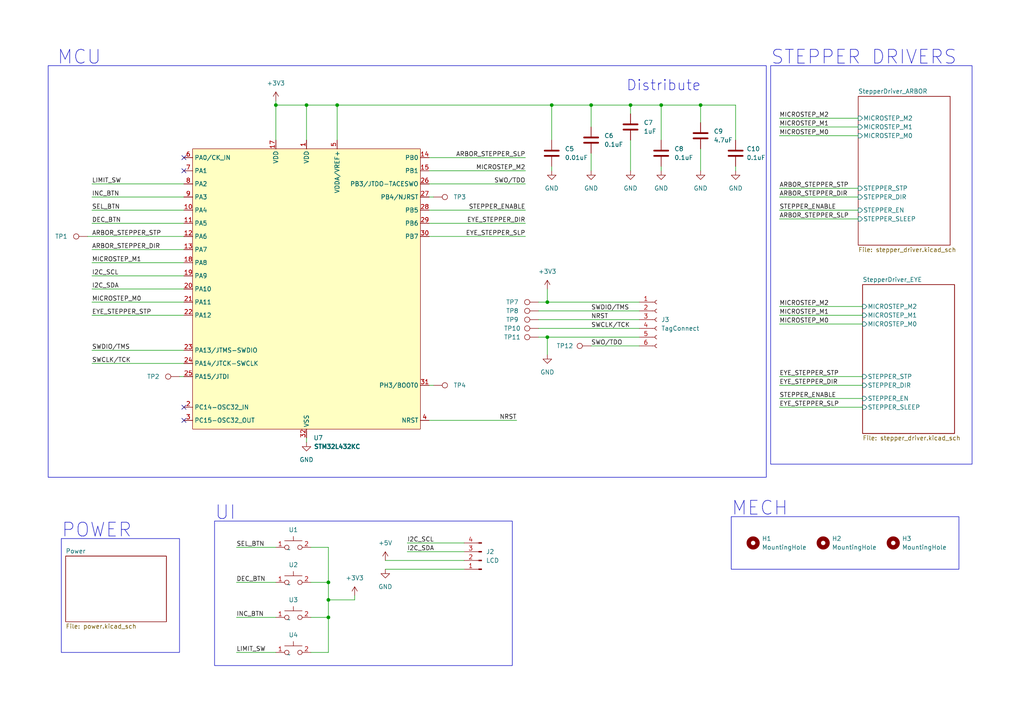
<source format=kicad_sch>
(kicad_sch (version 20230121) (generator eeschema)
  (paper "A4")
  (title_block (title "Coilwinder") (date "2023-09-09") (rev "1.0") (company "SK Electronics Consulting"))
  (lib_symbols
    (symbol "CoilWinderLib:Push_Button"
      (property "Reference" "U" (at 0 -3.81 0))
      (symbol "Push_Button_0_1"
        (circle (center -1.905 0) (radius 0.635))
        (polyline (pts (xy -2.54 1.905) (xy 2.54 1.905)))
        (polyline (pts (xy 0 1.905) (xy 0 3.175)))
        (circle (center 1.905 0) (radius 0.635))
      )
      (symbol "Push_Button_1_1"
        (pin input line (at -5.08 0 0) (length 2.54) (name "") (number "1"))
        (pin input line (at 5.08 0 180) (length 2.54) (name "") (number "2"))
      )
    )
    (symbol "CoilWinderLib:STM32L432KC"
      (property "Reference" "U" (at 0 11.43 0))
      (property "Value" "STM32L432KC" (at 0 15.24 0))
      (symbol "STM32L432KC_0_1"
        (rectangle (start -33.02 40.64) (end 33.02 -40.64) (fill (type background)))
      )
      (symbol "STM32L432KC_1_1"
        (pin power_in line (at 0 43.18 270) (length 2.54) (name "VDD") (number "1"))
        (pin bidirectional line (at -35.56 22.86 0) (length 2.54) (name "PA4") (number "10"))
        (pin bidirectional line (at -35.56 19.05 0) (length 2.54) (name "PA5") (number "11"))
        (pin bidirectional line (at -35.56 15.24 0) (length 2.54) (name "PA6") (number "12"))
        (pin bidirectional line (at -35.56 11.43 0) (length 2.54) (name "PA7") (number "13"))
        (pin bidirectional line (at 35.56 38.1 180) (length 2.54) (name "PB0") (number "14"))
        (pin bidirectional line (at 35.56 34.29 180) (length 2.54) (name "PB1") (number "15"))
        (pin passive line (at 0 -43.18 90) (length 2.54) hide (name "VSS2") (number "16"))
        (pin power_in line (at -8.89 43.18 270) (length 2.54) (name "VDD") (number "17"))
        (pin bidirectional line (at -35.56 7.62 0) (length 2.54) (name "PA8") (number "18"))
        (pin bidirectional line (at -35.56 3.81 0) (length 2.54) (name "PA9") (number "19"))
        (pin input line (at -35.56 -34.29 0) (length 2.54) (name "PC14-OSC32_IN") (number "2"))
        (pin bidirectional line (at -35.56 0 0) (length 2.54) (name "PA10") (number "20"))
        (pin bidirectional line (at -35.56 -3.81 0) (length 2.54) (name "PA11") (number "21"))
        (pin bidirectional line (at -35.56 -7.62 0) (length 2.54) (name "PA12") (number "22"))
        (pin bidirectional line (at -35.56 -17.78 0) (length 2.54) (name "PA13/JTMS-SWDIO") (number "23"))
        (pin bidirectional line (at -35.56 -21.59 0) (length 2.54) (name "PA14/JTCK-SWCLK") (number "24"))
        (pin bidirectional line (at -35.56 -25.4 0) (length 2.54) (name "PA15/JTDI") (number "25"))
        (pin bidirectional line (at 35.56 30.48 180) (length 2.54) (name "PB3/JTDO-TACESWO") (number "26"))
        (pin bidirectional line (at 35.56 26.67 180) (length 2.54) (name "PB4/NJRST") (number "27"))
        (pin bidirectional line (at 35.56 22.86 180) (length 2.54) (name "PB5") (number "28"))
        (pin bidirectional line (at 35.56 19.05 180) (length 2.54) (name "PB6") (number "29"))
        (pin output line (at -35.56 -38.1 0) (length 2.54) (name "PC15-OSC32_OUT") (number "3"))
        (pin bidirectional line (at 35.56 15.24 180) (length 2.54) (name "PB7") (number "30"))
        (pin input line (at 35.56 -27.94 180) (length 2.54) (name "PH3/BOOT0") (number "31"))
        (pin power_in line (at 0 -43.18 90) (length 2.54) (name "VSS") (number "32"))
        (pin passive line (at 0 -43.18 90) (length 2.54) hide (name "EXP") (number "33"))
        (pin input line (at 35.56 -38.1 180) (length 2.54) (name "NRST") (number "4"))
        (pin power_in line (at 8.89 43.18 270) (length 2.54) (name "VDDA/VREF+") (number "5"))
        (pin bidirectional line (at -35.56 38.1 0) (length 2.54) (name "PA0/CK_IN") (number "6"))
        (pin bidirectional line (at -35.56 34.29 0) (length 2.54) (name "PA1") (number "7"))
        (pin bidirectional line (at -35.56 30.48 0) (length 2.54) (name "PA2") (number "8"))
        (pin bidirectional line (at -35.56 26.67 0) (length 2.54) (name "PA3") (number "9"))
      )
    )
    (symbol "Connector:Conn_01x04_Pin" (pin_names (offset 1.016) hide)
      (property "Reference" "J" (at 0 5.08 0))
      (property "Value" "Conn_01x04_Pin" (at 0 -7.62 0))
      (symbol "Conn_01x04_Pin_1_1"
        (polyline (pts (xy 1.27 -5.08) (xy 0.8636 -5.08)) (stroke (width 0.1524)))
        (polyline (pts (xy 1.27 -2.54) (xy 0.8636 -2.54)) (stroke (width 0.1524)))
        (polyline (pts (xy 1.27 0) (xy 0.8636 0)) (stroke (width 0.1524)))
        (polyline (pts (xy 1.27 2.54) (xy 0.8636 2.54)) (stroke (width 0.1524)))
        (rectangle (start 0.8636 -4.953) (end 0 -5.207) (stroke (width 0.1524)) (fill (type outline)))
        (rectangle (start 0.8636 -2.413) (end 0 -2.667) (stroke (width 0.1524)) (fill (type outline)))
        (rectangle (start 0.8636 0.127) (end 0 -0.127) (stroke (width 0.1524)) (fill (type outline)))
        (rectangle (start 0.8636 2.667) (end 0 2.413) (stroke (width 0.1524)) (fill (type outline)))
        (pin passive line (at 5.08 2.54 180) (length 3.81) (name "Pin_1") (number "1"))
        (pin passive line (at 5.08 0 180) (length 3.81) (name "Pin_2") (number "2"))
        (pin passive line (at 5.08 -2.54 180) (length 3.81) (name "Pin_3") (number "3"))
        (pin passive line (at 5.08 -5.08 180) (length 3.81) (name "Pin_4") (number "4"))
      )
    )
    (symbol "Connector:Conn_01x06_Socket" (pin_names (offset 1.016) hide)
      (property "Reference" "J" (at 0 7.62 0))
      (property "Value" "Conn_01x06_Socket" (at 0 -10.16 0))
      (symbol "Conn_01x06_Socket_1_1"
        (arc (start 0 -7.112) (mid -0.5058 -7.62) (end 0 -8.128) (stroke (width 0.1524)))
        (arc (start 0 -4.572) (mid -0.5058 -5.08) (end 0 -5.588) (stroke (width 0.1524)))
        (arc (start 0 -2.032) (mid -0.5058 -2.54) (end 0 -3.048) (stroke (width 0.1524)))
        (polyline (pts (xy -1.27 -7.62) (xy -0.508 -7.62)) (stroke (width 0.1524)))
        (polyline (pts (xy -1.27 -5.08) (xy -0.508 -5.08)) (stroke (width 0.1524)))
        (polyline (pts (xy -1.27 -2.54) (xy -0.508 -2.54)) (stroke (width 0.1524)))
        (polyline (pts (xy -1.27 0) (xy -0.508 0)) (stroke (width 0.1524)))
        (polyline (pts (xy -1.27 2.54) (xy -0.508 2.54)) (stroke (width 0.1524)))
        (polyline (pts (xy -1.27 5.08) (xy -0.508 5.08)) (stroke (width 0.1524)))
        (arc (start 0 0.508) (mid -0.5058 0) (end 0 -0.508) (stroke (width 0.1524)))
        (arc (start 0 3.048) (mid -0.5058 2.54) (end 0 2.032) (stroke (width 0.1524)))
        (arc (start 0 5.588) (mid -0.5058 5.08) (end 0 4.572) (stroke (width 0.1524)))
        (pin passive line (at -5.08 5.08 0) (length 3.81) (name "Pin_1") (number "1"))
        (pin passive line (at -5.08 2.54 0) (length 3.81) (name "Pin_2") (number "2"))
        (pin passive line (at -5.08 0 0) (length 3.81) (name "Pin_3") (number "3"))
        (pin passive line (at -5.08 -2.54 0) (length 3.81) (name "Pin_4") (number "4"))
        (pin passive line (at -5.08 -5.08 0) (length 3.81) (name "Pin_5") (number "5"))
        (pin passive line (at -5.08 -7.62 0) (length 3.81) (name "Pin_6") (number "6"))
      )
    )
    (symbol "Connector:TestPoint" (pin_numbers hide) (pin_names (offset 0.762) hide)
      (property "Reference" "TP" (at 0 6.858 0))
      (property "Value" "TestPoint" (at 0 5.08 0))
      (symbol "TestPoint_0_1"
        (circle (center 0 3.302) (radius 0.762))
      )
      (symbol "TestPoint_1_1"
        (pin passive line (at 0 0 90) (length 2.54) (name "1") (number "1"))
      )
    )
    (symbol "Device:C" (pin_numbers hide) (pin_names (offset 0.254))
      (property "Reference" "C" (at 0.635 2.54 0))
      (property "Value" "C" (at 0.635 -2.54 0))
      (symbol "C_0_1"
        (polyline (pts (xy -2.032 -0.762) (xy 2.032 -0.762)) (stroke (width 0.508)))
        (polyline (pts (xy -2.032 0.762) (xy 2.032 0.762)) (stroke (width 0.508)))
      )
      (symbol "C_1_1"
        (pin passive line (at 0 3.81 270) (length 2.794) (name "~") (number "1"))
        (pin passive line (at 0 -3.81 90) (length 2.794) (name "~") (number "2"))
      )
    )
    (symbol "Mechanical:MountingHole" (pin_names (offset 1.016))
      (property "Reference" "H" (at 0 5.08 0))
      (property "Value" "MountingHole" (at 0 3.175 0))
      (symbol "MountingHole_0_1"
        (circle (center 0 0) (radius 1.27) (stroke (width 1.27)))
      )
    )
    (symbol "Push_Button_2"
      (property "Reference" "U" (at 0 -3.81 0))
      (symbol "Push_Button_2_0_1"
        (circle (center -1.905 0) (radius 0.635))
        (polyline (pts (xy -2.54 1.905) (xy 2.54 1.905)))
        (polyline (pts (xy 0 1.905) (xy 0 3.175)))
        (circle (center 1.905 0) (radius 0.635))
      )
      (symbol "Push_Button_2_1_1"
        (pin input line (at -5.08 0 0) (length 2.54) (name "") (number "1"))
        (pin input line (at 5.08 0 180) (length 2.54) (name "") (number "2"))
      )
    )
    (symbol "power:+3V3" (power) (pin_names (offset 0))
      (property "Value" "+3V3" (at 0 3.556 0))
      (symbol "+3V3_0_1"
        (polyline (pts (xy -0.762 1.27) (xy 0 2.54)))
        (polyline (pts (xy 0 0) (xy 0 2.54)))
        (polyline (pts (xy 0 2.54) (xy 0.762 1.27)))
      )
      (symbol "+3V3_1_1"
        (pin power_in line (at 0 0 90) (length 0) hide (name "+3V3") (number "1"))
      )
    )
    (symbol "power:+5V" (power) (pin_names (offset 0))
      (property "Value" "+5V" (at 0 3.556 0))
      (symbol "+5V_0_1"
        (polyline (pts (xy -0.762 1.27) (xy 0 2.54)))
        (polyline (pts (xy 0 0) (xy 0 2.54)))
        (polyline (pts (xy 0 2.54) (xy 0.762 1.27)))
      )
      (symbol "+5V_1_1"
        (pin power_in line (at 0 0 90) (length 0) hide (name "+5V") (number "1"))
      )
    )
    (symbol "power:GND" (power) (pin_names (offset 0))
      (property "Value" "GND" (at 0 -3.81 0))
      (symbol "GND_0_1"
        (polyline (pts (xy 0 0) (xy 0 -1.27) (xy 1.27 -1.27) (xy 0 -2.54) (xy -1.27 -1.27) (xy 0 -1.27)))
      )
      (symbol "GND_1_1"
        (pin power_in line (at 0 0 270) (length 0) hide (name "GND") (number "1"))
      )
    )
  )
  (junction (at 80.01 30.48))
  (junction (at 191.77 30.48))
  (junction (at 160.02 30.48))
  (junction (at 203.2 30.48))
  (junction (at 171.45 30.48))
  (junction (at 97.79 30.48))
  (junction (at 95.25 168.91))
  (junction (at 95.25 179.07))
  (junction (at 88.9 30.48))
  (junction (at 182.88 30.48))
  (junction (at 158.75 87.63))
  (junction (at 95.25 173.99))
  (junction (at 158.75 97.79))
  (no_connect (at 53.34 45.72))
  (no_connect (at 53.34 49.53))
  (no_connect (at 53.34 121.92))
  (no_connect (at 53.34 118.11))
  (wire (pts (xy 226.06 111.76) (xy 250.19 111.76)))
  (wire (pts (xy 213.36 49.53) (xy 213.36 48.26)))
  (wire (pts (xy 160.02 48.26) (xy 160.02 49.53)))
  (wire (pts (xy 160.02 30.48) (xy 171.45 30.48)))
  (wire (pts (xy 160.02 30.48) (xy 97.79 30.48)))
  (wire (pts (xy 124.46 49.53) (xy 152.4 49.53)))
  (wire (pts (xy 158.75 97.79) (xy 158.75 102.87)))
  (wire (pts (xy 226.06 36.83) (xy 248.92 36.83)))
  (wire (pts (xy 26.67 53.34) (xy 53.34 53.34)))
  (wire (pts (xy 125.73 57.15) (xy 124.46 57.15)))
  (wire (pts (xy 171.45 30.48) (xy 182.88 30.48)))
  (wire (pts (xy 158.75 87.63) (xy 185.42 87.63)))
  (wire (pts (xy 111.76 162.56) (xy 134.62 162.56)))
  (wire (pts (xy 226.06 115.57) (xy 250.19 115.57)))
  (wire (pts (xy 26.67 83.82) (xy 53.34 83.82)))
  (wire (pts (xy 156.21 90.17) (xy 185.42 90.17)))
  (wire (pts (xy 213.36 30.48) (xy 213.36 40.64)))
  (wire (pts (xy 171.45 49.53) (xy 171.45 44.45)))
  (wire (pts (xy 68.58 168.91) (xy 80.01 168.91)))
  (wire (pts (xy 118.11 157.48) (xy 134.62 157.48)))
  (wire (pts (xy 160.02 30.48) (xy 160.02 40.64)))
  (wire (pts (xy 52.07 109.22) (xy 53.34 109.22)))
  (wire (pts (xy 156.21 92.71) (xy 185.42 92.71)))
  (wire (pts (xy 156.21 87.63) (xy 158.75 87.63)))
  (wire (pts (xy 26.67 91.44) (xy 53.34 91.44)))
  (wire (pts (xy 226.06 60.96) (xy 248.92 60.96)))
  (wire (pts (xy 182.88 49.53) (xy 182.88 40.64)))
  (wire (pts (xy 26.67 101.6) (xy 53.34 101.6)))
  (wire (pts (xy 124.46 60.96) (xy 152.4 60.96)))
  (wire (pts (xy 95.25 168.91) (xy 95.25 173.99)))
  (wire (pts (xy 68.58 158.75) (xy 80.01 158.75)))
  (wire (pts (xy 95.25 173.99) (xy 95.25 179.07)))
  (wire (pts (xy 90.17 179.07) (xy 95.25 179.07)))
  (wire (pts (xy 88.9 30.48) (xy 97.79 30.48)))
  (wire (pts (xy 124.46 68.58) (xy 152.4 68.58)))
  (wire (pts (xy 90.17 168.91) (xy 95.25 168.91)))
  (wire (pts (xy 88.9 30.48) (xy 88.9 40.64)))
  (wire (pts (xy 226.06 93.98) (xy 250.19 93.98)))
  (wire (pts (xy 102.87 173.99) (xy 95.25 173.99)))
  (wire (pts (xy 182.88 30.48) (xy 182.88 33.02)))
  (wire (pts (xy 26.67 60.96) (xy 53.34 60.96)))
  (wire (pts (xy 191.77 30.48) (xy 191.77 40.64)))
  (wire (pts (xy 95.25 158.75) (xy 95.25 168.91)))
  (wire (pts (xy 124.46 64.77) (xy 152.4 64.77)))
  (wire (pts (xy 158.75 83.82) (xy 158.75 87.63)))
  (wire (pts (xy 226.06 57.15) (xy 248.92 57.15)))
  (wire (pts (xy 156.21 97.79) (xy 158.75 97.79)))
  (wire (pts (xy 26.67 76.2) (xy 53.34 76.2)))
  (wire (pts (xy 226.06 63.5) (xy 248.92 63.5)))
  (wire (pts (xy 124.46 53.34) (xy 152.4 53.34)))
  (wire (pts (xy 226.06 118.11) (xy 250.19 118.11)))
  (wire (pts (xy 26.67 64.77) (xy 53.34 64.77)))
  (wire (pts (xy 203.2 30.48) (xy 203.2 35.56)))
  (wire (pts (xy 26.67 80.01) (xy 53.34 80.01)))
  (wire (pts (xy 191.77 49.53) (xy 191.77 48.26)))
  (wire (pts (xy 80.01 29.21) (xy 80.01 30.48)))
  (wire (pts (xy 124.46 121.92) (xy 149.86 121.92)))
  (wire (pts (xy 26.67 87.63) (xy 53.34 87.63)))
  (wire (pts (xy 95.25 189.23) (xy 90.17 189.23)))
  (wire (pts (xy 88.9 128.27) (xy 88.9 127)))
  (wire (pts (xy 26.67 57.15) (xy 53.34 57.15)))
  (wire (pts (xy 226.06 109.22) (xy 250.19 109.22)))
  (wire (pts (xy 226.06 54.61) (xy 248.92 54.61)))
  (wire (pts (xy 25.4 68.58) (xy 53.34 68.58)))
  (wire (pts (xy 90.17 158.75) (xy 95.25 158.75)))
  (wire (pts (xy 118.11 160.02) (xy 134.62 160.02)))
  (wire (pts (xy 226.06 88.9) (xy 250.19 88.9)))
  (wire (pts (xy 203.2 49.53) (xy 203.2 43.18)))
  (wire (pts (xy 185.42 100.33) (xy 171.45 100.33)))
  (wire (pts (xy 158.75 97.79) (xy 185.42 97.79)))
  (wire (pts (xy 97.79 30.48) (xy 97.79 40.64)))
  (wire (pts (xy 203.2 30.48) (xy 213.36 30.48)))
  (wire (pts (xy 156.21 95.25) (xy 185.42 95.25)))
  (wire (pts (xy 68.58 189.23) (xy 80.01 189.23)))
  (wire (pts (xy 26.67 72.39) (xy 53.34 72.39)))
  (wire (pts (xy 68.58 179.07) (xy 80.01 179.07)))
  (wire (pts (xy 95.25 179.07) (xy 95.25 189.23)))
  (wire (pts (xy 226.06 34.29) (xy 248.92 34.29)))
  (wire (pts (xy 182.88 30.48) (xy 191.77 30.48)))
  (wire (pts (xy 102.87 172.72) (xy 102.87 173.99)))
  (wire (pts (xy 171.45 30.48) (xy 171.45 36.83)))
  (wire (pts (xy 226.06 91.44) (xy 250.19 91.44)))
  (wire (pts (xy 124.46 45.72) (xy 152.4 45.72)))
  (wire (pts (xy 111.76 165.1) (xy 134.62 165.1)))
  (wire (pts (xy 226.06 39.37) (xy 248.92 39.37)))
  (wire (pts (xy 26.67 105.41) (xy 53.34 105.41)))
  (wire (pts (xy 80.01 30.48) (xy 80.01 40.64)))
  (wire (pts (xy 125.73 111.76) (xy 124.46 111.76)))
  (wire (pts (xy 191.77 30.48) (xy 203.2 30.48)))
  (wire (pts (xy 80.01 30.48) (xy 88.9 30.48)))
  (rectangle (start 17.78 156.21) (end 52.07 189.23))
  (rectangle (start 212.09 149.86) (end 278.13 165.1))
  (rectangle (start 62.23 151.13) (end 148.59 193.04))
  (rectangle (start 13.97 19.05) (end 222.25 138.43))
  (rectangle (start 223.52 19.05) (end 281.94 134.62))
  (text "Distribute" (at 181.61 26.67 0) (effects (font (size 3 3)) (justify left bottom)))
  (text "STEPPER DRIVERS" (at 223.52 19.05 0) (effects (font (size 4 4)) (justify left bottom)))
  (text "UI" (at 62.23 151.13 0) (effects (font (size 4 4)) (justify left bottom)))
  (text "MECH\n" (at 212.09 149.86 0) (effects (font (size 4 4)) (justify left bottom)))
  (text "MCU" (at 16.51 19.05 0) (effects (font (size 4 4)) (justify left bottom)))
  (text "POWER\n" (at 17.78 156.21 0) (effects (font (size 4 4)) (justify left bottom)))
  (label "SWDIO{slash}TMS" (at 26.67 101.6 0))
  (label "EYE_STEPPER_STP" (at 26.67 91.44 0))
  (label "EYE_STEPPER_STP" (at 226.06 109.22 0))
  (label "EYE_STEPPER_SLP" (at 152.4 68.58 180))
  (label "I2C_SDA" (at 118.11 160.02 0))
  (label "STEPPER_ENABLE" (at 226.06 115.57 0))
  (label "MICROSTEP_M2" (at 152.4 49.53 180))
  (label "DEC_BTN" (at 68.58 168.91 0))
  (label "INC_BTN" (at 26.67 57.15 0))
  (label "MICROSTEP_M2" (at 226.06 34.29 0))
  (label "MICROSTEP_M0" (at 226.06 93.98 0))
  (label "ARBOR_STEPPER_STP" (at 226.06 54.61 0))
  (label "MICROSTEP_M1" (at 26.67 76.2 0))
  (label "MICROSTEP_M1" (at 226.06 36.83 0))
  (label "SEL_BTN" (at 26.67 60.96 0))
  (label "MICROSTEP_M0" (at 26.67 87.63 0))
  (label "ARBOR_STEPPER_DIR" (at 26.67 72.39 0))
  (label "SWO{slash}TDO" (at 152.4 53.34 180))
  (label "NRST" (at 149.86 121.92 180))
  (label "SWO{slash}TDO" (at 171.45 100.33 0))
  (label "DEC_BTN" (at 26.67 64.77 0))
  (label "ARBOR_STEPPER_STP" (at 26.67 68.58 0))
  (label "MICROSTEP_M2" (at 226.06 88.9 0))
  (label "SEL_BTN" (at 68.58 158.75 0))
  (label "ARBOR_STEPPER_DIR" (at 226.06 57.15 0))
  (label "SWCLK{slash}TCK" (at 26.67 105.41 0))
  (label "SWCLK{slash}TCK" (at 171.45 95.25 0))
  (label "EYE_STEPPER_DIR" (at 152.4 64.77 180))
  (label "LIMIT_SW" (at 26.67 53.34 0))
  (label "SWDIO{slash}TMS" (at 171.45 90.17 0))
  (label "I2C_SCL" (at 118.11 157.48 0))
  (label "EYE_STEPPER_DIR" (at 226.06 111.76 0))
  (label "LIMIT_SW" (at 68.58 189.23 0))
  (label "MICROSTEP_M0" (at 226.06 39.37 0))
  (label "I2C_SDA" (at 26.67 83.82 0))
  (label "MICROSTEP_M1" (at 226.06 91.44 0))
  (label "ARBOR_STEPPER_SLP" (at 152.4 45.72 180))
  (label "STEPPER_ENABLE" (at 152.4 60.96 180))
  (label "ARBOR_STEPPER_SLP" (at 226.06 63.5 0))
  (label "I2C_SCL" (at 26.67 80.01 0))
  (label "STEPPER_ENABLE" (at 226.06 60.96 0))
  (label "NRST" (at 171.45 92.71 0))
  (label "EYE_STEPPER_SLP" (at 226.06 118.11 0))
  (label "INC_BTN" (at 68.58 179.07 0))
  (symbol (lib_id "Device:C") (at 171.45 40.64 180) (unit 1)
    (property "Reference" "C6" (at 175.26 39.37 0) (effects (justify right)))
    (property "Value" "0.1uF" (at 175.26 41.91 0) (effects (justify right)))
    (property "Footprint" "Capacitor_SMD:C_0603_1608Metric_Pad1.08x0.95mm_HandSolder" (effects hide))
  )
  (symbol (lib_id "Connector:TestPoint") (at 156.21 87.63 90) (unit 1)
    (property "Reference" "TP7" (at 148.59 87.63 90))
    (property "Value" "TestPoint" (effects hide))
    (property "Footprint" "TestPoint:TestPoint_Pad_1.0x1.0mm" (effects hide))
  )
  (symbol (lib_id "Mechanical:MountingHole") (at 238.76 157.48 0) (unit 1)
    (property "Reference" "H2" (at 241.3 156.21 0) (effects (justify left)))
    (property "Value" "MountingHole" (at 241.3 158.75 0) (effects (justify left)))
    (property "Footprint" "MountingHole:MountingHole_2.2mm_M2" (effects hide))
  )
  (symbol (lib_id "Connector:TestPoint") (at 171.45 100.33 90) (unit 1)
    (property "Reference" "TP12" (at 163.83 100.33 90))
    (property "Value" "TestPoint" (effects hide))
    (property "Footprint" "TestPoint:TestPoint_Pad_1.0x1.0mm" (effects hide))
  )
  (symbol (lib_id "power:+3V3") (at 158.75 83.82 0) (mirror y) (unit 1)
    (property "Reference" "#PWR016" (effects hide))
    (property "Value" "+3V3" (at 158.75 78.74 0))
  )
  (symbol (lib_id "CoilWinderLib:Push_Button") (at 85.09 179.07 0) (unit 1)
    (property "Reference" "U3" (at 85.09 173.99 0))
    (property "Value" "~" (at 83.82 179.705 0))
    (property "Footprint" "CoilWinder:TL1150AF070Q Switch" (effects hide))
  )
  (symbol (lib_id "power:GND") (at 191.77 49.53 0) (unit 1)
    (property "Reference" "#PWR023" (effects hide))
    (property "Value" "GND" (at 191.77 54.61 0))
  )
  (symbol (lib_id "Connector:TestPoint") (at 25.4 68.58 90) (unit 1)
    (property "Reference" "TP1" (at 17.78 68.58 90))
    (property "Value" "TestPoint" (effects hide))
    (property "Footprint" "TestPoint:TestPoint_Keystone_5000-5004_Miniature" (effects hide))
    (property "Datasheet" "  (uuid 63e4e4f8-67e1-492f-a0a5-cde84b417ebe)" (effects hide))
  )
  (symbol (lib_id "power:+5V") (at 111.76 162.56 0) (unit 1)
    (property "Reference" "#PWR01" (effects hide))
    (property "Value" "+5V" (at 111.76 157.48 0))
  )
  (symbol (lib_id "Connector:TestPoint") (at 156.21 97.79 90) (unit 1)
    (property "Reference" "TP11" (at 148.59 97.79 90))
    (property "Value" "TestPoint" (effects hide))
    (property "Footprint" "TestPoint:TestPoint_Pad_1.0x1.0mm" (effects hide))
  )
  (symbol (lib_id "power:GND") (at 111.76 165.1 0) (unit 1)
    (property "Reference" "#PWR02" (effects hide))
    (property "Value" "GND" (at 111.76 170.18 0))
  )
  (symbol (lib_id "power:GND") (at 171.45 49.53 0) (unit 1)
    (property "Reference" "#PWR021" (effects hide))
    (property "Value" "GND" (at 171.45 54.61 0))
  )
  (symbol (lib_id "Connector:TestPoint") (at 156.21 95.25 90) (unit 1)
    (property "Reference" "TP10" (at 148.59 95.25 90))
    (property "Value" "TestPoint" (effects hide))
    (property "Footprint" "TestPoint:TestPoint_Pad_1.0x1.0mm" (effects hide))
  )
  (symbol (lib_id "Connector:TestPoint") (at 125.73 57.15 270) (unit 1)
    (property "Reference" "TP3" (at 133.35 57.15 90))
    (property "Value" "TestPoint" (effects hide))
    (property "Footprint" "TestPoint:TestPoint_Pad_1.0x1.0mm" (effects hide))
    (property "Datasheet" "  (uuid 63e4e4f8-67e1-492f-a0a5-cde84b417ebe)" (effects hide))
  )
  (symbol (lib_id "power:+3V3") (at 80.01 29.21 0) (unit 1)
    (property "Reference" "#PWR018" (effects hide))
    (property "Value" "+3V3" (at 80.01 24.13 0))
  )
  (symbol (lib_id "power:GND") (at 182.88 49.53 0) (unit 1)
    (property "Reference" "#PWR022" (effects hide))
    (property "Value" "GND" (at 182.88 54.61 0))
  )
  (symbol (lib_id "power:GND") (at 88.9 128.27 0) (unit 1)
    (property "Reference" "#PWR019" (effects hide))
    (property "Value" "GND" (at 88.9 133.35 0))
  )
  (symbol (lib_id "CoilWinderLib:Push_Button") (at 85.09 168.91 0) (unit 1)
    (property "Reference" "U2" (at 85.09 163.83 0))
    (property "Value" "~" (at 83.82 169.545 0))
    (property "Footprint" "CoilWinder:TL1150AF070Q Switch" (effects hide))
  )
  (symbol (lib_id "Connector:Conn_01x04_Pin") (at 139.7 162.56 180) (unit 1)
    (property "Reference" "J2" (at 140.97 160.02 0) (effects (justify right)))
    (property "Value" "LCD" (at 140.97 162.56 0) (effects (justify right)))
    (property "Footprint" "Connector_PinHeader_2.54mm:PinHeader_1x04_P2.54mm_Vertical" (effects hide))
  )
  (symbol (lib_id "power:GND") (at 213.36 49.53 0) (unit 1)
    (property "Reference" "#PWR025" (effects hide))
    (property "Value" "GND" (at 213.36 54.61 0))
  )
  (symbol (lib_id "Device:C") (at 203.2 39.37 180) (unit 1)
    (property "Reference" "C9" (at 207.01 38.0999 0) (effects (justify right)))
    (property "Value" "4.7uF" (at 207.01 40.6399 0) (effects (justify right)))
    (property "Footprint" "Capacitor_SMD:C_0603_1608Metric_Pad1.08x0.95mm_HandSolder" (effects hide))
  )
  (symbol (lib_id "Connector:Conn_01x06_Socket") (at 190.5 92.71 0) (unit 1)
    (property "Reference" "J3" (at 191.77 92.71 0) (effects (justify left)))
    (property "Value" "TagConnect" (at 191.77 95.25 0) (effects (justify left)))
    (property "Footprint" "Connector:Tag-Connect_TC2030-IDC-FP_2x03_P1.27mm_Vertical" (effects hide))
  )
  (symbol (lib_id "power:GND") (at 158.75 102.87 0) (mirror y) (unit 1)
    (property "Reference" "#PWR017" (effects hide))
    (property "Value" "GND" (at 158.75 107.95 0))
  )
  (symbol (lib_id "Device:C") (at 213.36 44.45 180) (unit 1)
    (property "Reference" "C10" (at 216.535 43.18 0) (effects (justify right)))
    (property "Value" "0.1uF" (at 216.535 45.72 0) (effects (justify right)))
    (property "Footprint" "Capacitor_SMD:C_0603_1608Metric_Pad1.08x0.95mm_HandSolder" (effects hide))
  )
  (symbol (lib_id "power:GND") (at 203.2 49.53 0) (unit 1)
    (property "Reference" "#PWR024" (effects hide))
    (property "Value" "GND" (at 203.2 54.61 0))
  )
  (symbol (lib_id "power:GND") (at 160.02 49.53 0) (unit 1)
    (property "Reference" "#PWR020" (effects hide))
    (property "Value" "GND" (at 160.02 54.61 0))
  )
  (symbol (lib_id "Connector:TestPoint") (at 125.73 111.76 270) (unit 1)
    (property "Reference" "TP4" (at 133.35 111.76 90))
    (property "Value" "TestPoint" (effects hide))
    (property "Footprint" "TestPoint:TestPoint_Pad_1.0x1.0mm" (effects hide))
    (property "Datasheet" "  (uuid 63e4e4f8-67e1-492f-a0a5-cde84b417ebe)" (effects hide))
  )
  (symbol (lib_id "power:+3V3") (at 102.87 172.72 0) (unit 1)
    (property "Reference" "#PWR015" (effects hide))
    (property "Value" "+3V3" (at 102.87 167.64 0))
  )
  (symbol (lib_id "CoilWinderLib:STM32L432KC") (at 88.9 83.82 0) (unit 1)
    (property "Reference" "U7" (at 90.9194 127 0) (effects (justify left)))
    (property "Value" "STM32L432KC" (at 90.9194 129.54 0) (effects (font bold) (justify left)))
    (property "Footprint" "Package_DFN_QFN:UFQFPN-32-1EP_5x5mm_P0.5mm_EP3.5x3.5mm" (effects hide))
  )
  (symbol (lib_id "Device:C") (at 182.88 36.83 180) (unit 1)
    (property "Reference" "C7" (at 186.69 35.5599 0) (effects (justify right)))
    (property "Value" "1uF" (at 186.69 38.0999 0) (effects (justify right)))
    (property "Footprint" "Capacitor_SMD:C_0603_1608Metric_Pad1.08x0.95mm_HandSolder" (effects hide))
  )
  (symbol (lib_id "Connector:TestPoint") (at 156.21 90.17 90) (unit 1)
    (property "Reference" "TP8" (at 148.59 90.17 90))
    (property "Value" "TestPoint" (effects hide))
    (property "Footprint" "TestPoint:TestPoint_Pad_1.0x1.0mm" (effects hide))
  )
  (symbol (lib_id "Device:C") (at 191.77 44.45 180) (unit 1)
    (property "Reference" "C8" (at 195.58 43.18 0) (effects (justify right)))
    (property "Value" "0.1uF" (at 195.58 45.72 0) (effects (justify right)))
    (property "Footprint" "Capacitor_SMD:C_0603_1608Metric_Pad1.08x0.95mm_HandSolder" (effects hide))
  )
  (symbol (lib_name "Push_Button_2") (lib_id "CoilWinderLib:Push_Button") (at 85.09 158.75 0) (unit 1)
    (property "Reference" "U1" (at 85.09 153.67 0))
    (property "Value" "~" (at 83.82 159.385 0))
    (property "Footprint" "CoilWinder:TL1150AF070Q Switch" (effects hide))
  )
  (symbol (lib_id "CoilWinderLib:Push_Button") (at 85.09 189.23 0) (unit 1)
    (property "Reference" "U4" (at 85.09 184.15 0))
    (property "Value" "~" (at 83.82 189.865 0))
    (property "Footprint" "Connector_PinHeader_2.54mm:PinHeader_1x02_P2.54mm_Vertical" (effects hide))
  )
  (symbol (lib_id "Connector:TestPoint") (at 156.21 92.71 90) (unit 1)
    (property "Reference" "TP9" (at 148.59 92.71 90))
    (property "Value" "TestPoint" (effects hide))
    (property "Footprint" "TestPoint:TestPoint_Pad_1.0x1.0mm" (effects hide))
  )
  (symbol (lib_id "Mechanical:MountingHole") (at 218.44 157.48 0) (unit 1)
    (property "Reference" "H1" (at 220.98 156.21 0) (effects (justify left)))
    (property "Value" "MountingHole" (at 220.98 158.75 0) (effects (justify left)))
    (property "Footprint" "MountingHole:MountingHole_2.2mm_M2" (effects hide))
  )
  (symbol (lib_id "Mechanical:MountingHole") (at 259.08 157.48 0) (unit 1)
    (property "Reference" "H3" (at 261.62 156.21 0) (effects (justify left)))
    (property "Value" "MountingHole" (at 261.62 158.75 0) (effects (justify left)))
    (property "Footprint" "MountingHole:MountingHole_2.2mm_M2" (effects hide))
  )
  (symbol (lib_id "Connector:TestPoint") (at 52.07 109.22 90) (unit 1)
    (property "Reference" "TP2" (at 44.45 109.22 90))
    (property "Value" "TestPoint" (effects hide))
    (property "Footprint" "TestPoint:TestPoint_Pad_1.0x1.0mm" (effects hide))
    (property "Datasheet" "  (uuid 63e4e4f8-67e1-492f-a0a5-cde84b417ebe)" (effects hide))
  )
  (symbol (lib_id "Device:C") (at 160.02 44.45 180) (unit 1)
    (property "Reference" "C5" (at 163.83 43.18 0) (effects (justify right)))
    (property "Value" "0.01uF" (at 163.83 45.72 0) (effects (justify right)))
    (property "Footprint" "Capacitor_SMD:C_0603_1608Metric_Pad1.08x0.95mm_HandSolder" (effects hide))
  )
  (sheet (at 19.05 161.29) (size 29.21 19.05) (stroke (width 0.1524))
    (property "Sheetname" "Power" (at 19.05 160.5784 0) (effects (justify left bottom)))
    (property "Sheetfile" "power.kicad_sch" (at 19.05 180.9246 0) (effects (justify left top)))
  )
  (sheet (at 250.19 82.55) (size 26.67 43.18) (stroke (width 0.1524))
    (property "Sheetname" "StepperDriver_EYE" (at 250.19 81.8384 0) (effects (justify left bottom)))
    (property "Sheetfile" "stepper_driver.kicad_sch" (at 250.19 126.3146 0) (effects (justify left top)))
    (pin "MICROSTEP_M2" input (at 250.19 88.9 180))
    (pin "STEPPER_EN" input (at 250.19 115.57 180))
    (pin "MICROSTEP_M1" input (at 250.19 91.44 180))
    (pin "MICROSTEP_M0" input (at 250.19 93.98 180))
    (pin "STEPPER_STP" input (at 250.19 109.22 180))
    (pin "STEPPER_DIR" input (at 250.19 111.76 180))
    (pin "STEPPER_SLEEP" input (at 250.19 118.11 180))
  )
  (sheet (at 248.92 27.94) (size 26.67 43.18) (stroke (width 0.1524))
    (property "Sheetname" "StepperDriver_ARBOR" (at 248.92 27.2284 0) (effects (justify left bottom)))
    (property "Sheetfile" "stepper_driver.kicad_sch" (at 248.92 71.7046 0) (effects (justify left top)))
    (pin "MICROSTEP_M2" input (at 248.92 34.29 180))
    (pin "STEPPER_EN" input (at 248.92 60.96 180))
    (pin "MICROSTEP_M1" input (at 248.92 36.83 180))
    (pin "MICROSTEP_M0" input (at 248.92 39.37 180))
    (pin "STEPPER_STP" input (at 248.92 54.61 180))
    (pin "STEPPER_DIR" input (at 248.92 57.15 180))
    (pin "STEPPER_SLEEP" input (at 248.92 63.5 180))
  )
)
</source>
